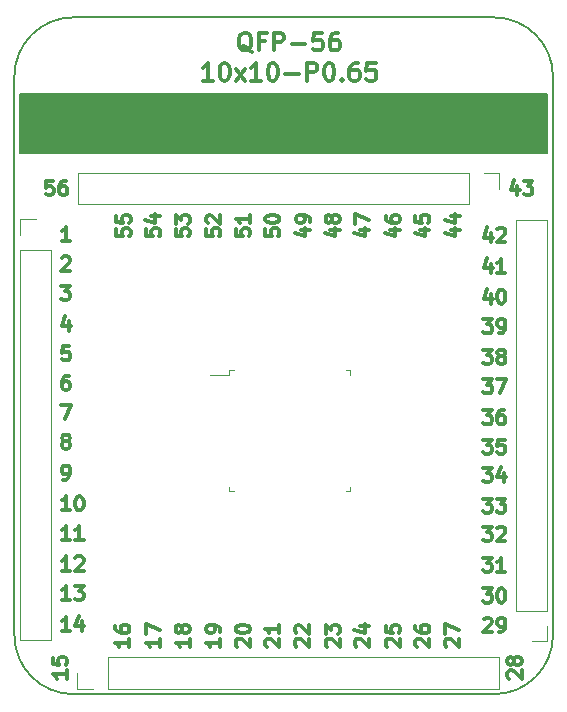
<source format=gbr>
G04 #@! TF.GenerationSoftware,KiCad,Pcbnew,5.1.4-e60b266~84~ubuntu19.04.1*
G04 #@! TF.CreationDate,2019-08-10T13:04:58+03:00*
G04 #@! TF.ProjectId,BRK-QFP-56-10x10-P0.65,42524b2d-5146-4502-9d35-362d31307831,v1.0*
G04 #@! TF.SameCoordinates,Original*
G04 #@! TF.FileFunction,Legend,Top*
G04 #@! TF.FilePolarity,Positive*
%FSLAX46Y46*%
G04 Gerber Fmt 4.6, Leading zero omitted, Abs format (unit mm)*
G04 Created by KiCad (PCBNEW 5.1.4-e60b266~84~ubuntu19.04.1) date 2019-08-10 13:04:58*
%MOMM*%
%LPD*%
G04 APERTURE LIST*
%ADD10C,0.300000*%
%ADD11C,0.150000*%
%ADD12C,0.120000*%
G04 APERTURE END LIST*
D10*
X44442857Y-45523571D02*
X44442857Y-46095000D01*
X45014285Y-46152142D01*
X44957142Y-46095000D01*
X44900000Y-45980714D01*
X44900000Y-45695000D01*
X44957142Y-45580714D01*
X45014285Y-45523571D01*
X45128571Y-45466428D01*
X45414285Y-45466428D01*
X45528571Y-45523571D01*
X45585714Y-45580714D01*
X45642857Y-45695000D01*
X45642857Y-45980714D01*
X45585714Y-46095000D01*
X45528571Y-46152142D01*
X44442857Y-44380714D02*
X44442857Y-44952142D01*
X45014285Y-45009285D01*
X44957142Y-44952142D01*
X44900000Y-44837857D01*
X44900000Y-44552142D01*
X44957142Y-44437857D01*
X45014285Y-44380714D01*
X45128571Y-44323571D01*
X45414285Y-44323571D01*
X45528571Y-44380714D01*
X45585714Y-44437857D01*
X45642857Y-44552142D01*
X45642857Y-44837857D01*
X45585714Y-44952142D01*
X45528571Y-45009285D01*
X46942857Y-45523571D02*
X46942857Y-46095000D01*
X47514285Y-46152142D01*
X47457142Y-46095000D01*
X47400000Y-45980714D01*
X47400000Y-45695000D01*
X47457142Y-45580714D01*
X47514285Y-45523571D01*
X47628571Y-45466428D01*
X47914285Y-45466428D01*
X48028571Y-45523571D01*
X48085714Y-45580714D01*
X48142857Y-45695000D01*
X48142857Y-45980714D01*
X48085714Y-46095000D01*
X48028571Y-46152142D01*
X47342857Y-44437857D02*
X48142857Y-44437857D01*
X46885714Y-44723571D02*
X47742857Y-45009285D01*
X47742857Y-44266428D01*
X49442857Y-45523571D02*
X49442857Y-46095000D01*
X50014285Y-46152142D01*
X49957142Y-46095000D01*
X49900000Y-45980714D01*
X49900000Y-45695000D01*
X49957142Y-45580714D01*
X50014285Y-45523571D01*
X50128571Y-45466428D01*
X50414285Y-45466428D01*
X50528571Y-45523571D01*
X50585714Y-45580714D01*
X50642857Y-45695000D01*
X50642857Y-45980714D01*
X50585714Y-46095000D01*
X50528571Y-46152142D01*
X49442857Y-45066428D02*
X49442857Y-44323571D01*
X49900000Y-44723571D01*
X49900000Y-44552142D01*
X49957142Y-44437857D01*
X50014285Y-44380714D01*
X50128571Y-44323571D01*
X50414285Y-44323571D01*
X50528571Y-44380714D01*
X50585714Y-44437857D01*
X50642857Y-44552142D01*
X50642857Y-44895000D01*
X50585714Y-45009285D01*
X50528571Y-45066428D01*
X52042857Y-45523571D02*
X52042857Y-46095000D01*
X52614285Y-46152142D01*
X52557142Y-46095000D01*
X52500000Y-45980714D01*
X52500000Y-45695000D01*
X52557142Y-45580714D01*
X52614285Y-45523571D01*
X52728571Y-45466428D01*
X53014285Y-45466428D01*
X53128571Y-45523571D01*
X53185714Y-45580714D01*
X53242857Y-45695000D01*
X53242857Y-45980714D01*
X53185714Y-46095000D01*
X53128571Y-46152142D01*
X52157142Y-45009285D02*
X52100000Y-44952142D01*
X52042857Y-44837857D01*
X52042857Y-44552142D01*
X52100000Y-44437857D01*
X52157142Y-44380714D01*
X52271428Y-44323571D01*
X52385714Y-44323571D01*
X52557142Y-44380714D01*
X53242857Y-45066428D01*
X53242857Y-44323571D01*
X54542857Y-45523571D02*
X54542857Y-46095000D01*
X55114285Y-46152142D01*
X55057142Y-46095000D01*
X55000000Y-45980714D01*
X55000000Y-45695000D01*
X55057142Y-45580714D01*
X55114285Y-45523571D01*
X55228571Y-45466428D01*
X55514285Y-45466428D01*
X55628571Y-45523571D01*
X55685714Y-45580714D01*
X55742857Y-45695000D01*
X55742857Y-45980714D01*
X55685714Y-46095000D01*
X55628571Y-46152142D01*
X55742857Y-44323571D02*
X55742857Y-45009285D01*
X55742857Y-44666428D02*
X54542857Y-44666428D01*
X54714285Y-44780714D01*
X54828571Y-44895000D01*
X54885714Y-45009285D01*
X57042857Y-45523571D02*
X57042857Y-46095000D01*
X57614285Y-46152142D01*
X57557142Y-46095000D01*
X57500000Y-45980714D01*
X57500000Y-45695000D01*
X57557142Y-45580714D01*
X57614285Y-45523571D01*
X57728571Y-45466428D01*
X58014285Y-45466428D01*
X58128571Y-45523571D01*
X58185714Y-45580714D01*
X58242857Y-45695000D01*
X58242857Y-45980714D01*
X58185714Y-46095000D01*
X58128571Y-46152142D01*
X57042857Y-44723571D02*
X57042857Y-44609285D01*
X57100000Y-44495000D01*
X57157142Y-44437857D01*
X57271428Y-44380714D01*
X57500000Y-44323571D01*
X57785714Y-44323571D01*
X58014285Y-44380714D01*
X58128571Y-44437857D01*
X58185714Y-44495000D01*
X58242857Y-44609285D01*
X58242857Y-44723571D01*
X58185714Y-44837857D01*
X58128571Y-44895000D01*
X58014285Y-44952142D01*
X57785714Y-45009285D01*
X57500000Y-45009285D01*
X57271428Y-44952142D01*
X57157142Y-44895000D01*
X57100000Y-44837857D01*
X57042857Y-44723571D01*
X60042857Y-45580714D02*
X60842857Y-45580714D01*
X59585714Y-45866428D02*
X60442857Y-46152142D01*
X60442857Y-45409285D01*
X60842857Y-44895000D02*
X60842857Y-44666428D01*
X60785714Y-44552142D01*
X60728571Y-44495000D01*
X60557142Y-44380714D01*
X60328571Y-44323571D01*
X59871428Y-44323571D01*
X59757142Y-44380714D01*
X59700000Y-44437857D01*
X59642857Y-44552142D01*
X59642857Y-44780714D01*
X59700000Y-44895000D01*
X59757142Y-44952142D01*
X59871428Y-45009285D01*
X60157142Y-45009285D01*
X60271428Y-44952142D01*
X60328571Y-44895000D01*
X60385714Y-44780714D01*
X60385714Y-44552142D01*
X60328571Y-44437857D01*
X60271428Y-44380714D01*
X60157142Y-44323571D01*
X62542857Y-45580714D02*
X63342857Y-45580714D01*
X62085714Y-45866428D02*
X62942857Y-46152142D01*
X62942857Y-45409285D01*
X62657142Y-44780714D02*
X62600000Y-44895000D01*
X62542857Y-44952142D01*
X62428571Y-45009285D01*
X62371428Y-45009285D01*
X62257142Y-44952142D01*
X62200000Y-44895000D01*
X62142857Y-44780714D01*
X62142857Y-44552142D01*
X62200000Y-44437857D01*
X62257142Y-44380714D01*
X62371428Y-44323571D01*
X62428571Y-44323571D01*
X62542857Y-44380714D01*
X62600000Y-44437857D01*
X62657142Y-44552142D01*
X62657142Y-44780714D01*
X62714285Y-44895000D01*
X62771428Y-44952142D01*
X62885714Y-45009285D01*
X63114285Y-45009285D01*
X63228571Y-44952142D01*
X63285714Y-44895000D01*
X63342857Y-44780714D01*
X63342857Y-44552142D01*
X63285714Y-44437857D01*
X63228571Y-44380714D01*
X63114285Y-44323571D01*
X62885714Y-44323571D01*
X62771428Y-44380714D01*
X62714285Y-44437857D01*
X62657142Y-44552142D01*
X65042857Y-45580714D02*
X65842857Y-45580714D01*
X64585714Y-45866428D02*
X65442857Y-46152142D01*
X65442857Y-45409285D01*
X64642857Y-45066428D02*
X64642857Y-44266428D01*
X65842857Y-44780714D01*
X67642857Y-45580714D02*
X68442857Y-45580714D01*
X67185714Y-45866428D02*
X68042857Y-46152142D01*
X68042857Y-45409285D01*
X67242857Y-44437857D02*
X67242857Y-44666428D01*
X67300000Y-44780714D01*
X67357142Y-44837857D01*
X67528571Y-44952142D01*
X67757142Y-45009285D01*
X68214285Y-45009285D01*
X68328571Y-44952142D01*
X68385714Y-44895000D01*
X68442857Y-44780714D01*
X68442857Y-44552142D01*
X68385714Y-44437857D01*
X68328571Y-44380714D01*
X68214285Y-44323571D01*
X67928571Y-44323571D01*
X67814285Y-44380714D01*
X67757142Y-44437857D01*
X67700000Y-44552142D01*
X67700000Y-44780714D01*
X67757142Y-44895000D01*
X67814285Y-44952142D01*
X67928571Y-45009285D01*
X70142857Y-45580714D02*
X70942857Y-45580714D01*
X69685714Y-45866428D02*
X70542857Y-46152142D01*
X70542857Y-45409285D01*
X69742857Y-44380714D02*
X69742857Y-44952142D01*
X70314285Y-45009285D01*
X70257142Y-44952142D01*
X70200000Y-44837857D01*
X70200000Y-44552142D01*
X70257142Y-44437857D01*
X70314285Y-44380714D01*
X70428571Y-44323571D01*
X70714285Y-44323571D01*
X70828571Y-44380714D01*
X70885714Y-44437857D01*
X70942857Y-44552142D01*
X70942857Y-44837857D01*
X70885714Y-44952142D01*
X70828571Y-45009285D01*
X78395000Y-41842857D02*
X78395000Y-42642857D01*
X78109285Y-41385714D02*
X77823571Y-42242857D01*
X78566428Y-42242857D01*
X78909285Y-41442857D02*
X79652142Y-41442857D01*
X79252142Y-41900000D01*
X79423571Y-41900000D01*
X79537857Y-41957142D01*
X79595000Y-42014285D01*
X79652142Y-42128571D01*
X79652142Y-42414285D01*
X79595000Y-42528571D01*
X79537857Y-42585714D01*
X79423571Y-42642857D01*
X79080714Y-42642857D01*
X78966428Y-42585714D01*
X78909285Y-42528571D01*
X76119285Y-45842857D02*
X76119285Y-46642857D01*
X75833571Y-45385714D02*
X75547857Y-46242857D01*
X76290714Y-46242857D01*
X76690714Y-45557142D02*
X76747857Y-45500000D01*
X76862142Y-45442857D01*
X77147857Y-45442857D01*
X77262142Y-45500000D01*
X77319285Y-45557142D01*
X77376428Y-45671428D01*
X77376428Y-45785714D01*
X77319285Y-45957142D01*
X76633571Y-46642857D01*
X77376428Y-46642857D01*
X76119285Y-48442857D02*
X76119285Y-49242857D01*
X75833571Y-47985714D02*
X75547857Y-48842857D01*
X76290714Y-48842857D01*
X77376428Y-49242857D02*
X76690714Y-49242857D01*
X77033571Y-49242857D02*
X77033571Y-48042857D01*
X76919285Y-48214285D01*
X76805000Y-48328571D01*
X76690714Y-48385714D01*
X76119285Y-51042857D02*
X76119285Y-51842857D01*
X75833571Y-50585714D02*
X75547857Y-51442857D01*
X76290714Y-51442857D01*
X76976428Y-50642857D02*
X77090714Y-50642857D01*
X77205000Y-50700000D01*
X77262142Y-50757142D01*
X77319285Y-50871428D01*
X77376428Y-51100000D01*
X77376428Y-51385714D01*
X77319285Y-51614285D01*
X77262142Y-51728571D01*
X77205000Y-51785714D01*
X77090714Y-51842857D01*
X76976428Y-51842857D01*
X76862142Y-51785714D01*
X76805000Y-51728571D01*
X76747857Y-51614285D01*
X76690714Y-51385714D01*
X76690714Y-51100000D01*
X76747857Y-50871428D01*
X76805000Y-50757142D01*
X76862142Y-50700000D01*
X76976428Y-50642857D01*
X75490714Y-53142857D02*
X76233571Y-53142857D01*
X75833571Y-53600000D01*
X76005000Y-53600000D01*
X76119285Y-53657142D01*
X76176428Y-53714285D01*
X76233571Y-53828571D01*
X76233571Y-54114285D01*
X76176428Y-54228571D01*
X76119285Y-54285714D01*
X76005000Y-54342857D01*
X75662142Y-54342857D01*
X75547857Y-54285714D01*
X75490714Y-54228571D01*
X76805000Y-54342857D02*
X77033571Y-54342857D01*
X77147857Y-54285714D01*
X77205000Y-54228571D01*
X77319285Y-54057142D01*
X77376428Y-53828571D01*
X77376428Y-53371428D01*
X77319285Y-53257142D01*
X77262142Y-53200000D01*
X77147857Y-53142857D01*
X76919285Y-53142857D01*
X76805000Y-53200000D01*
X76747857Y-53257142D01*
X76690714Y-53371428D01*
X76690714Y-53657142D01*
X76747857Y-53771428D01*
X76805000Y-53828571D01*
X76919285Y-53885714D01*
X77147857Y-53885714D01*
X77262142Y-53828571D01*
X77319285Y-53771428D01*
X77376428Y-53657142D01*
X75490714Y-55742857D02*
X76233571Y-55742857D01*
X75833571Y-56200000D01*
X76005000Y-56200000D01*
X76119285Y-56257142D01*
X76176428Y-56314285D01*
X76233571Y-56428571D01*
X76233571Y-56714285D01*
X76176428Y-56828571D01*
X76119285Y-56885714D01*
X76005000Y-56942857D01*
X75662142Y-56942857D01*
X75547857Y-56885714D01*
X75490714Y-56828571D01*
X76919285Y-56257142D02*
X76805000Y-56200000D01*
X76747857Y-56142857D01*
X76690714Y-56028571D01*
X76690714Y-55971428D01*
X76747857Y-55857142D01*
X76805000Y-55800000D01*
X76919285Y-55742857D01*
X77147857Y-55742857D01*
X77262142Y-55800000D01*
X77319285Y-55857142D01*
X77376428Y-55971428D01*
X77376428Y-56028571D01*
X77319285Y-56142857D01*
X77262142Y-56200000D01*
X77147857Y-56257142D01*
X76919285Y-56257142D01*
X76805000Y-56314285D01*
X76747857Y-56371428D01*
X76690714Y-56485714D01*
X76690714Y-56714285D01*
X76747857Y-56828571D01*
X76805000Y-56885714D01*
X76919285Y-56942857D01*
X77147857Y-56942857D01*
X77262142Y-56885714D01*
X77319285Y-56828571D01*
X77376428Y-56714285D01*
X77376428Y-56485714D01*
X77319285Y-56371428D01*
X77262142Y-56314285D01*
X77147857Y-56257142D01*
X75490714Y-58242857D02*
X76233571Y-58242857D01*
X75833571Y-58700000D01*
X76005000Y-58700000D01*
X76119285Y-58757142D01*
X76176428Y-58814285D01*
X76233571Y-58928571D01*
X76233571Y-59214285D01*
X76176428Y-59328571D01*
X76119285Y-59385714D01*
X76005000Y-59442857D01*
X75662142Y-59442857D01*
X75547857Y-59385714D01*
X75490714Y-59328571D01*
X76633571Y-58242857D02*
X77433571Y-58242857D01*
X76919285Y-59442857D01*
X75490714Y-60842857D02*
X76233571Y-60842857D01*
X75833571Y-61300000D01*
X76005000Y-61300000D01*
X76119285Y-61357142D01*
X76176428Y-61414285D01*
X76233571Y-61528571D01*
X76233571Y-61814285D01*
X76176428Y-61928571D01*
X76119285Y-61985714D01*
X76005000Y-62042857D01*
X75662142Y-62042857D01*
X75547857Y-61985714D01*
X75490714Y-61928571D01*
X77262142Y-60842857D02*
X77033571Y-60842857D01*
X76919285Y-60900000D01*
X76862142Y-60957142D01*
X76747857Y-61128571D01*
X76690714Y-61357142D01*
X76690714Y-61814285D01*
X76747857Y-61928571D01*
X76805000Y-61985714D01*
X76919285Y-62042857D01*
X77147857Y-62042857D01*
X77262142Y-61985714D01*
X77319285Y-61928571D01*
X77376428Y-61814285D01*
X77376428Y-61528571D01*
X77319285Y-61414285D01*
X77262142Y-61357142D01*
X77147857Y-61300000D01*
X76919285Y-61300000D01*
X76805000Y-61357142D01*
X76747857Y-61414285D01*
X76690714Y-61528571D01*
X75490714Y-63342857D02*
X76233571Y-63342857D01*
X75833571Y-63800000D01*
X76005000Y-63800000D01*
X76119285Y-63857142D01*
X76176428Y-63914285D01*
X76233571Y-64028571D01*
X76233571Y-64314285D01*
X76176428Y-64428571D01*
X76119285Y-64485714D01*
X76005000Y-64542857D01*
X75662142Y-64542857D01*
X75547857Y-64485714D01*
X75490714Y-64428571D01*
X77319285Y-63342857D02*
X76747857Y-63342857D01*
X76690714Y-63914285D01*
X76747857Y-63857142D01*
X76862142Y-63800000D01*
X77147857Y-63800000D01*
X77262142Y-63857142D01*
X77319285Y-63914285D01*
X77376428Y-64028571D01*
X77376428Y-64314285D01*
X77319285Y-64428571D01*
X77262142Y-64485714D01*
X77147857Y-64542857D01*
X76862142Y-64542857D01*
X76747857Y-64485714D01*
X76690714Y-64428571D01*
X75490714Y-65742857D02*
X76233571Y-65742857D01*
X75833571Y-66200000D01*
X76005000Y-66200000D01*
X76119285Y-66257142D01*
X76176428Y-66314285D01*
X76233571Y-66428571D01*
X76233571Y-66714285D01*
X76176428Y-66828571D01*
X76119285Y-66885714D01*
X76005000Y-66942857D01*
X75662142Y-66942857D01*
X75547857Y-66885714D01*
X75490714Y-66828571D01*
X77262142Y-66142857D02*
X77262142Y-66942857D01*
X76976428Y-65685714D02*
X76690714Y-66542857D01*
X77433571Y-66542857D01*
X75490714Y-68342857D02*
X76233571Y-68342857D01*
X75833571Y-68800000D01*
X76005000Y-68800000D01*
X76119285Y-68857142D01*
X76176428Y-68914285D01*
X76233571Y-69028571D01*
X76233571Y-69314285D01*
X76176428Y-69428571D01*
X76119285Y-69485714D01*
X76005000Y-69542857D01*
X75662142Y-69542857D01*
X75547857Y-69485714D01*
X75490714Y-69428571D01*
X76633571Y-68342857D02*
X77376428Y-68342857D01*
X76976428Y-68800000D01*
X77147857Y-68800000D01*
X77262142Y-68857142D01*
X77319285Y-68914285D01*
X77376428Y-69028571D01*
X77376428Y-69314285D01*
X77319285Y-69428571D01*
X77262142Y-69485714D01*
X77147857Y-69542857D01*
X76805000Y-69542857D01*
X76690714Y-69485714D01*
X76633571Y-69428571D01*
X75490714Y-70742857D02*
X76233571Y-70742857D01*
X75833571Y-71200000D01*
X76005000Y-71200000D01*
X76119285Y-71257142D01*
X76176428Y-71314285D01*
X76233571Y-71428571D01*
X76233571Y-71714285D01*
X76176428Y-71828571D01*
X76119285Y-71885714D01*
X76005000Y-71942857D01*
X75662142Y-71942857D01*
X75547857Y-71885714D01*
X75490714Y-71828571D01*
X76690714Y-70857142D02*
X76747857Y-70800000D01*
X76862142Y-70742857D01*
X77147857Y-70742857D01*
X77262142Y-70800000D01*
X77319285Y-70857142D01*
X77376428Y-70971428D01*
X77376428Y-71085714D01*
X77319285Y-71257142D01*
X76633571Y-71942857D01*
X77376428Y-71942857D01*
X75490714Y-73342857D02*
X76233571Y-73342857D01*
X75833571Y-73800000D01*
X76005000Y-73800000D01*
X76119285Y-73857142D01*
X76176428Y-73914285D01*
X76233571Y-74028571D01*
X76233571Y-74314285D01*
X76176428Y-74428571D01*
X76119285Y-74485714D01*
X76005000Y-74542857D01*
X75662142Y-74542857D01*
X75547857Y-74485714D01*
X75490714Y-74428571D01*
X77376428Y-74542857D02*
X76690714Y-74542857D01*
X77033571Y-74542857D02*
X77033571Y-73342857D01*
X76919285Y-73514285D01*
X76805000Y-73628571D01*
X76690714Y-73685714D01*
X75490714Y-75942857D02*
X76233571Y-75942857D01*
X75833571Y-76400000D01*
X76005000Y-76400000D01*
X76119285Y-76457142D01*
X76176428Y-76514285D01*
X76233571Y-76628571D01*
X76233571Y-76914285D01*
X76176428Y-77028571D01*
X76119285Y-77085714D01*
X76005000Y-77142857D01*
X75662142Y-77142857D01*
X75547857Y-77085714D01*
X75490714Y-77028571D01*
X76976428Y-75942857D02*
X77090714Y-75942857D01*
X77205000Y-76000000D01*
X77262142Y-76057142D01*
X77319285Y-76171428D01*
X77376428Y-76400000D01*
X77376428Y-76685714D01*
X77319285Y-76914285D01*
X77262142Y-77028571D01*
X77205000Y-77085714D01*
X77090714Y-77142857D01*
X76976428Y-77142857D01*
X76862142Y-77085714D01*
X76805000Y-77028571D01*
X76747857Y-76914285D01*
X76690714Y-76685714D01*
X76690714Y-76400000D01*
X76747857Y-76171428D01*
X76805000Y-76057142D01*
X76862142Y-76000000D01*
X76976428Y-75942857D01*
X77657142Y-83576428D02*
X77600000Y-83519285D01*
X77542857Y-83405000D01*
X77542857Y-83119285D01*
X77600000Y-83005000D01*
X77657142Y-82947857D01*
X77771428Y-82890714D01*
X77885714Y-82890714D01*
X78057142Y-82947857D01*
X78742857Y-83633571D01*
X78742857Y-82890714D01*
X78057142Y-82205000D02*
X78000000Y-82319285D01*
X77942857Y-82376428D01*
X77828571Y-82433571D01*
X77771428Y-82433571D01*
X77657142Y-82376428D01*
X77600000Y-82319285D01*
X77542857Y-82205000D01*
X77542857Y-81976428D01*
X77600000Y-81862142D01*
X77657142Y-81805000D01*
X77771428Y-81747857D01*
X77828571Y-81747857D01*
X77942857Y-81805000D01*
X78000000Y-81862142D01*
X78057142Y-81976428D01*
X78057142Y-82205000D01*
X78114285Y-82319285D01*
X78171428Y-82376428D01*
X78285714Y-82433571D01*
X78514285Y-82433571D01*
X78628571Y-82376428D01*
X78685714Y-82319285D01*
X78742857Y-82205000D01*
X78742857Y-81976428D01*
X78685714Y-81862142D01*
X78628571Y-81805000D01*
X78514285Y-81747857D01*
X78285714Y-81747857D01*
X78171428Y-81805000D01*
X78114285Y-81862142D01*
X78057142Y-81976428D01*
X72357142Y-80876428D02*
X72300000Y-80819285D01*
X72242857Y-80705000D01*
X72242857Y-80419285D01*
X72300000Y-80305000D01*
X72357142Y-80247857D01*
X72471428Y-80190714D01*
X72585714Y-80190714D01*
X72757142Y-80247857D01*
X73442857Y-80933571D01*
X73442857Y-80190714D01*
X72242857Y-79790714D02*
X72242857Y-78990714D01*
X73442857Y-79505000D01*
X69857142Y-80876428D02*
X69800000Y-80819285D01*
X69742857Y-80705000D01*
X69742857Y-80419285D01*
X69800000Y-80305000D01*
X69857142Y-80247857D01*
X69971428Y-80190714D01*
X70085714Y-80190714D01*
X70257142Y-80247857D01*
X70942857Y-80933571D01*
X70942857Y-80190714D01*
X69742857Y-79162142D02*
X69742857Y-79390714D01*
X69800000Y-79505000D01*
X69857142Y-79562142D01*
X70028571Y-79676428D01*
X70257142Y-79733571D01*
X70714285Y-79733571D01*
X70828571Y-79676428D01*
X70885714Y-79619285D01*
X70942857Y-79505000D01*
X70942857Y-79276428D01*
X70885714Y-79162142D01*
X70828571Y-79105000D01*
X70714285Y-79047857D01*
X70428571Y-79047857D01*
X70314285Y-79105000D01*
X70257142Y-79162142D01*
X70200000Y-79276428D01*
X70200000Y-79505000D01*
X70257142Y-79619285D01*
X70314285Y-79676428D01*
X70428571Y-79733571D01*
X67357142Y-80876428D02*
X67300000Y-80819285D01*
X67242857Y-80705000D01*
X67242857Y-80419285D01*
X67300000Y-80305000D01*
X67357142Y-80247857D01*
X67471428Y-80190714D01*
X67585714Y-80190714D01*
X67757142Y-80247857D01*
X68442857Y-80933571D01*
X68442857Y-80190714D01*
X67242857Y-79105000D02*
X67242857Y-79676428D01*
X67814285Y-79733571D01*
X67757142Y-79676428D01*
X67700000Y-79562142D01*
X67700000Y-79276428D01*
X67757142Y-79162142D01*
X67814285Y-79105000D01*
X67928571Y-79047857D01*
X68214285Y-79047857D01*
X68328571Y-79105000D01*
X68385714Y-79162142D01*
X68442857Y-79276428D01*
X68442857Y-79562142D01*
X68385714Y-79676428D01*
X68328571Y-79733571D01*
X64757142Y-80876428D02*
X64700000Y-80819285D01*
X64642857Y-80705000D01*
X64642857Y-80419285D01*
X64700000Y-80305000D01*
X64757142Y-80247857D01*
X64871428Y-80190714D01*
X64985714Y-80190714D01*
X65157142Y-80247857D01*
X65842857Y-80933571D01*
X65842857Y-80190714D01*
X65042857Y-79162142D02*
X65842857Y-79162142D01*
X64585714Y-79447857D02*
X65442857Y-79733571D01*
X65442857Y-78990714D01*
X62257142Y-80876428D02*
X62200000Y-80819285D01*
X62142857Y-80705000D01*
X62142857Y-80419285D01*
X62200000Y-80305000D01*
X62257142Y-80247857D01*
X62371428Y-80190714D01*
X62485714Y-80190714D01*
X62657142Y-80247857D01*
X63342857Y-80933571D01*
X63342857Y-80190714D01*
X62142857Y-79790714D02*
X62142857Y-79047857D01*
X62600000Y-79447857D01*
X62600000Y-79276428D01*
X62657142Y-79162142D01*
X62714285Y-79105000D01*
X62828571Y-79047857D01*
X63114285Y-79047857D01*
X63228571Y-79105000D01*
X63285714Y-79162142D01*
X63342857Y-79276428D01*
X63342857Y-79619285D01*
X63285714Y-79733571D01*
X63228571Y-79790714D01*
X59657142Y-80876428D02*
X59600000Y-80819285D01*
X59542857Y-80705000D01*
X59542857Y-80419285D01*
X59600000Y-80305000D01*
X59657142Y-80247857D01*
X59771428Y-80190714D01*
X59885714Y-80190714D01*
X60057142Y-80247857D01*
X60742857Y-80933571D01*
X60742857Y-80190714D01*
X59657142Y-79733571D02*
X59600000Y-79676428D01*
X59542857Y-79562142D01*
X59542857Y-79276428D01*
X59600000Y-79162142D01*
X59657142Y-79105000D01*
X59771428Y-79047857D01*
X59885714Y-79047857D01*
X60057142Y-79105000D01*
X60742857Y-79790714D01*
X60742857Y-79047857D01*
X57157142Y-80876428D02*
X57100000Y-80819285D01*
X57042857Y-80705000D01*
X57042857Y-80419285D01*
X57100000Y-80305000D01*
X57157142Y-80247857D01*
X57271428Y-80190714D01*
X57385714Y-80190714D01*
X57557142Y-80247857D01*
X58242857Y-80933571D01*
X58242857Y-80190714D01*
X58242857Y-79047857D02*
X58242857Y-79733571D01*
X58242857Y-79390714D02*
X57042857Y-79390714D01*
X57214285Y-79505000D01*
X57328571Y-79619285D01*
X57385714Y-79733571D01*
X54657142Y-80876428D02*
X54600000Y-80819285D01*
X54542857Y-80705000D01*
X54542857Y-80419285D01*
X54600000Y-80305000D01*
X54657142Y-80247857D01*
X54771428Y-80190714D01*
X54885714Y-80190714D01*
X55057142Y-80247857D01*
X55742857Y-80933571D01*
X55742857Y-80190714D01*
X54542857Y-79447857D02*
X54542857Y-79333571D01*
X54600000Y-79219285D01*
X54657142Y-79162142D01*
X54771428Y-79105000D01*
X55000000Y-79047857D01*
X55285714Y-79047857D01*
X55514285Y-79105000D01*
X55628571Y-79162142D01*
X55685714Y-79219285D01*
X55742857Y-79333571D01*
X55742857Y-79447857D01*
X55685714Y-79562142D01*
X55628571Y-79619285D01*
X55514285Y-79676428D01*
X55285714Y-79733571D01*
X55000000Y-79733571D01*
X54771428Y-79676428D01*
X54657142Y-79619285D01*
X54600000Y-79562142D01*
X54542857Y-79447857D01*
X53242857Y-80190714D02*
X53242857Y-80876428D01*
X53242857Y-80533571D02*
X52042857Y-80533571D01*
X52214285Y-80647857D01*
X52328571Y-80762142D01*
X52385714Y-80876428D01*
X53242857Y-79619285D02*
X53242857Y-79390714D01*
X53185714Y-79276428D01*
X53128571Y-79219285D01*
X52957142Y-79105000D01*
X52728571Y-79047857D01*
X52271428Y-79047857D01*
X52157142Y-79105000D01*
X52100000Y-79162142D01*
X52042857Y-79276428D01*
X52042857Y-79505000D01*
X52100000Y-79619285D01*
X52157142Y-79676428D01*
X52271428Y-79733571D01*
X52557142Y-79733571D01*
X52671428Y-79676428D01*
X52728571Y-79619285D01*
X52785714Y-79505000D01*
X52785714Y-79276428D01*
X52728571Y-79162142D01*
X52671428Y-79105000D01*
X52557142Y-79047857D01*
X50642857Y-80190714D02*
X50642857Y-80876428D01*
X50642857Y-80533571D02*
X49442857Y-80533571D01*
X49614285Y-80647857D01*
X49728571Y-80762142D01*
X49785714Y-80876428D01*
X49957142Y-79505000D02*
X49900000Y-79619285D01*
X49842857Y-79676428D01*
X49728571Y-79733571D01*
X49671428Y-79733571D01*
X49557142Y-79676428D01*
X49500000Y-79619285D01*
X49442857Y-79505000D01*
X49442857Y-79276428D01*
X49500000Y-79162142D01*
X49557142Y-79105000D01*
X49671428Y-79047857D01*
X49728571Y-79047857D01*
X49842857Y-79105000D01*
X49900000Y-79162142D01*
X49957142Y-79276428D01*
X49957142Y-79505000D01*
X50014285Y-79619285D01*
X50071428Y-79676428D01*
X50185714Y-79733571D01*
X50414285Y-79733571D01*
X50528571Y-79676428D01*
X50585714Y-79619285D01*
X50642857Y-79505000D01*
X50642857Y-79276428D01*
X50585714Y-79162142D01*
X50528571Y-79105000D01*
X50414285Y-79047857D01*
X50185714Y-79047857D01*
X50071428Y-79105000D01*
X50014285Y-79162142D01*
X49957142Y-79276428D01*
X48142857Y-80190714D02*
X48142857Y-80876428D01*
X48142857Y-80533571D02*
X46942857Y-80533571D01*
X47114285Y-80647857D01*
X47228571Y-80762142D01*
X47285714Y-80876428D01*
X46942857Y-79790714D02*
X46942857Y-78990714D01*
X48142857Y-79505000D01*
X40509285Y-79542857D02*
X39823571Y-79542857D01*
X40166428Y-79542857D02*
X40166428Y-78342857D01*
X40052142Y-78514285D01*
X39937857Y-78628571D01*
X39823571Y-78685714D01*
X41537857Y-78742857D02*
X41537857Y-79542857D01*
X41252142Y-78285714D02*
X40966428Y-79142857D01*
X41709285Y-79142857D01*
X40509285Y-76942857D02*
X39823571Y-76942857D01*
X40166428Y-76942857D02*
X40166428Y-75742857D01*
X40052142Y-75914285D01*
X39937857Y-76028571D01*
X39823571Y-76085714D01*
X40909285Y-75742857D02*
X41652142Y-75742857D01*
X41252142Y-76200000D01*
X41423571Y-76200000D01*
X41537857Y-76257142D01*
X41595000Y-76314285D01*
X41652142Y-76428571D01*
X41652142Y-76714285D01*
X41595000Y-76828571D01*
X41537857Y-76885714D01*
X41423571Y-76942857D01*
X41080714Y-76942857D01*
X40966428Y-76885714D01*
X40909285Y-76828571D01*
X40509285Y-74442857D02*
X39823571Y-74442857D01*
X40166428Y-74442857D02*
X40166428Y-73242857D01*
X40052142Y-73414285D01*
X39937857Y-73528571D01*
X39823571Y-73585714D01*
X40966428Y-73357142D02*
X41023571Y-73300000D01*
X41137857Y-73242857D01*
X41423571Y-73242857D01*
X41537857Y-73300000D01*
X41595000Y-73357142D01*
X41652142Y-73471428D01*
X41652142Y-73585714D01*
X41595000Y-73757142D01*
X40909285Y-74442857D01*
X41652142Y-74442857D01*
X39076428Y-41442857D02*
X38505000Y-41442857D01*
X38447857Y-42014285D01*
X38505000Y-41957142D01*
X38619285Y-41900000D01*
X38905000Y-41900000D01*
X39019285Y-41957142D01*
X39076428Y-42014285D01*
X39133571Y-42128571D01*
X39133571Y-42414285D01*
X39076428Y-42528571D01*
X39019285Y-42585714D01*
X38905000Y-42642857D01*
X38619285Y-42642857D01*
X38505000Y-42585714D01*
X38447857Y-42528571D01*
X40162142Y-41442857D02*
X39933571Y-41442857D01*
X39819285Y-41500000D01*
X39762142Y-41557142D01*
X39647857Y-41728571D01*
X39590714Y-41957142D01*
X39590714Y-42414285D01*
X39647857Y-42528571D01*
X39705000Y-42585714D01*
X39819285Y-42642857D01*
X40047857Y-42642857D01*
X40162142Y-42585714D01*
X40219285Y-42528571D01*
X40276428Y-42414285D01*
X40276428Y-42128571D01*
X40219285Y-42014285D01*
X40162142Y-41957142D01*
X40047857Y-41900000D01*
X39819285Y-41900000D01*
X39705000Y-41957142D01*
X39647857Y-42014285D01*
X39590714Y-42128571D01*
X72742857Y-45580714D02*
X73542857Y-45580714D01*
X72285714Y-45866428D02*
X73142857Y-46152142D01*
X73142857Y-45409285D01*
X72742857Y-44437857D02*
X73542857Y-44437857D01*
X72285714Y-44723571D02*
X73142857Y-45009285D01*
X73142857Y-44266428D01*
X75547857Y-78557142D02*
X75605000Y-78500000D01*
X75719285Y-78442857D01*
X76005000Y-78442857D01*
X76119285Y-78500000D01*
X76176428Y-78557142D01*
X76233571Y-78671428D01*
X76233571Y-78785714D01*
X76176428Y-78957142D01*
X75490714Y-79642857D01*
X76233571Y-79642857D01*
X76805000Y-79642857D02*
X77033571Y-79642857D01*
X77147857Y-79585714D01*
X77205000Y-79528571D01*
X77319285Y-79357142D01*
X77376428Y-79128571D01*
X77376428Y-78671428D01*
X77319285Y-78557142D01*
X77262142Y-78500000D01*
X77147857Y-78442857D01*
X76919285Y-78442857D01*
X76805000Y-78500000D01*
X76747857Y-78557142D01*
X76690714Y-78671428D01*
X76690714Y-78957142D01*
X76747857Y-79071428D01*
X76805000Y-79128571D01*
X76919285Y-79185714D01*
X77147857Y-79185714D01*
X77262142Y-79128571D01*
X77319285Y-79071428D01*
X77376428Y-78957142D01*
D11*
X76400000Y-27600000D02*
G75*
G02X81400000Y-32600000I0J-5000000D01*
G01*
X35800000Y-32600000D02*
G75*
G02X40800000Y-27600000I5000000J0D01*
G01*
X81400000Y-79900000D02*
G75*
G02X76400000Y-84900000I-5000000J0D01*
G01*
D10*
X40509285Y-69342857D02*
X39823571Y-69342857D01*
X40166428Y-69342857D02*
X40166428Y-68142857D01*
X40052142Y-68314285D01*
X39937857Y-68428571D01*
X39823571Y-68485714D01*
X41252142Y-68142857D02*
X41366428Y-68142857D01*
X41480714Y-68200000D01*
X41537857Y-68257142D01*
X41595000Y-68371428D01*
X41652142Y-68600000D01*
X41652142Y-68885714D01*
X41595000Y-69114285D01*
X41537857Y-69228571D01*
X41480714Y-69285714D01*
X41366428Y-69342857D01*
X41252142Y-69342857D01*
X41137857Y-69285714D01*
X41080714Y-69228571D01*
X41023571Y-69114285D01*
X40966428Y-68885714D01*
X40966428Y-68600000D01*
X41023571Y-68371428D01*
X41080714Y-68257142D01*
X41137857Y-68200000D01*
X41252142Y-68142857D01*
X39937857Y-66742857D02*
X40166428Y-66742857D01*
X40280714Y-66685714D01*
X40337857Y-66628571D01*
X40452142Y-66457142D01*
X40509285Y-66228571D01*
X40509285Y-65771428D01*
X40452142Y-65657142D01*
X40395000Y-65600000D01*
X40280714Y-65542857D01*
X40052142Y-65542857D01*
X39937857Y-65600000D01*
X39880714Y-65657142D01*
X39823571Y-65771428D01*
X39823571Y-66057142D01*
X39880714Y-66171428D01*
X39937857Y-66228571D01*
X40052142Y-66285714D01*
X40280714Y-66285714D01*
X40395000Y-66228571D01*
X40452142Y-66171428D01*
X40509285Y-66057142D01*
X40052142Y-63457142D02*
X39937857Y-63400000D01*
X39880714Y-63342857D01*
X39823571Y-63228571D01*
X39823571Y-63171428D01*
X39880714Y-63057142D01*
X39937857Y-63000000D01*
X40052142Y-62942857D01*
X40280714Y-62942857D01*
X40395000Y-63000000D01*
X40452142Y-63057142D01*
X40509285Y-63171428D01*
X40509285Y-63228571D01*
X40452142Y-63342857D01*
X40395000Y-63400000D01*
X40280714Y-63457142D01*
X40052142Y-63457142D01*
X39937857Y-63514285D01*
X39880714Y-63571428D01*
X39823571Y-63685714D01*
X39823571Y-63914285D01*
X39880714Y-64028571D01*
X39937857Y-64085714D01*
X40052142Y-64142857D01*
X40280714Y-64142857D01*
X40395000Y-64085714D01*
X40452142Y-64028571D01*
X40509285Y-63914285D01*
X40509285Y-63685714D01*
X40452142Y-63571428D01*
X40395000Y-63514285D01*
X40280714Y-63457142D01*
X39766428Y-60442857D02*
X40566428Y-60442857D01*
X40052142Y-61642857D01*
X40395000Y-57942857D02*
X40166428Y-57942857D01*
X40052142Y-58000000D01*
X39995000Y-58057142D01*
X39880714Y-58228571D01*
X39823571Y-58457142D01*
X39823571Y-58914285D01*
X39880714Y-59028571D01*
X39937857Y-59085714D01*
X40052142Y-59142857D01*
X40280714Y-59142857D01*
X40395000Y-59085714D01*
X40452142Y-59028571D01*
X40509285Y-58914285D01*
X40509285Y-58628571D01*
X40452142Y-58514285D01*
X40395000Y-58457142D01*
X40280714Y-58400000D01*
X40052142Y-58400000D01*
X39937857Y-58457142D01*
X39880714Y-58514285D01*
X39823571Y-58628571D01*
X40452142Y-55442857D02*
X39880714Y-55442857D01*
X39823571Y-56014285D01*
X39880714Y-55957142D01*
X39995000Y-55900000D01*
X40280714Y-55900000D01*
X40395000Y-55957142D01*
X40452142Y-56014285D01*
X40509285Y-56128571D01*
X40509285Y-56414285D01*
X40452142Y-56528571D01*
X40395000Y-56585714D01*
X40280714Y-56642857D01*
X39995000Y-56642857D01*
X39880714Y-56585714D01*
X39823571Y-56528571D01*
X40395000Y-53342857D02*
X40395000Y-54142857D01*
X40109285Y-52885714D02*
X39823571Y-53742857D01*
X40566428Y-53742857D01*
X39766428Y-50342857D02*
X40509285Y-50342857D01*
X40109285Y-50800000D01*
X40280714Y-50800000D01*
X40395000Y-50857142D01*
X40452142Y-50914285D01*
X40509285Y-51028571D01*
X40509285Y-51314285D01*
X40452142Y-51428571D01*
X40395000Y-51485714D01*
X40280714Y-51542857D01*
X39937857Y-51542857D01*
X39823571Y-51485714D01*
X39766428Y-51428571D01*
X45542857Y-80190714D02*
X45542857Y-80876428D01*
X45542857Y-80533571D02*
X44342857Y-80533571D01*
X44514285Y-80647857D01*
X44628571Y-80762142D01*
X44685714Y-80876428D01*
X44342857Y-79162142D02*
X44342857Y-79390714D01*
X44400000Y-79505000D01*
X44457142Y-79562142D01*
X44628571Y-79676428D01*
X44857142Y-79733571D01*
X45314285Y-79733571D01*
X45428571Y-79676428D01*
X45485714Y-79619285D01*
X45542857Y-79505000D01*
X45542857Y-79276428D01*
X45485714Y-79162142D01*
X45428571Y-79105000D01*
X45314285Y-79047857D01*
X45028571Y-79047857D01*
X44914285Y-79105000D01*
X44857142Y-79162142D01*
X44800000Y-79276428D01*
X44800000Y-79505000D01*
X44857142Y-79619285D01*
X44914285Y-79676428D01*
X45028571Y-79733571D01*
X40242857Y-82890714D02*
X40242857Y-83576428D01*
X40242857Y-83233571D02*
X39042857Y-83233571D01*
X39214285Y-83347857D01*
X39328571Y-83462142D01*
X39385714Y-83576428D01*
X39042857Y-81805000D02*
X39042857Y-82376428D01*
X39614285Y-82433571D01*
X39557142Y-82376428D01*
X39500000Y-82262142D01*
X39500000Y-81976428D01*
X39557142Y-81862142D01*
X39614285Y-81805000D01*
X39728571Y-81747857D01*
X40014285Y-81747857D01*
X40128571Y-81805000D01*
X40185714Y-81862142D01*
X40242857Y-81976428D01*
X40242857Y-82262142D01*
X40185714Y-82376428D01*
X40128571Y-82433571D01*
X40509285Y-71842857D02*
X39823571Y-71842857D01*
X40166428Y-71842857D02*
X40166428Y-70642857D01*
X40052142Y-70814285D01*
X39937857Y-70928571D01*
X39823571Y-70985714D01*
X41652142Y-71842857D02*
X40966428Y-71842857D01*
X41309285Y-71842857D02*
X41309285Y-70642857D01*
X41195000Y-70814285D01*
X41080714Y-70928571D01*
X40966428Y-70985714D01*
X39823571Y-47957142D02*
X39880714Y-47900000D01*
X39995000Y-47842857D01*
X40280714Y-47842857D01*
X40395000Y-47900000D01*
X40452142Y-47957142D01*
X40509285Y-48071428D01*
X40509285Y-48185714D01*
X40452142Y-48357142D01*
X39766428Y-49042857D01*
X40509285Y-49042857D01*
D11*
X40800000Y-84900000D02*
G75*
G02X35800000Y-79900000I0J5000000D01*
G01*
D10*
X40509285Y-46542857D02*
X39823571Y-46542857D01*
X40166428Y-46542857D02*
X40166428Y-45342857D01*
X40052142Y-45514285D01*
X39937857Y-45628571D01*
X39823571Y-45685714D01*
D11*
X76400000Y-84900000D02*
X40800000Y-84900000D01*
G36*
X80900000Y-39100000D02*
G01*
X36300000Y-39100000D01*
X36300000Y-34100000D01*
X80900000Y-34100000D01*
X80900000Y-39100000D01*
G37*
X80900000Y-39100000D02*
X36300000Y-39100000D01*
X36300000Y-34100000D01*
X80900000Y-34100000D01*
X80900000Y-39100000D01*
X81400000Y-32600000D02*
X81400000Y-79900000D01*
D10*
X55921428Y-30546428D02*
X55778571Y-30475000D01*
X55635714Y-30332142D01*
X55421428Y-30117857D01*
X55278571Y-30046428D01*
X55135714Y-30046428D01*
X55207142Y-30403571D02*
X55064285Y-30332142D01*
X54921428Y-30189285D01*
X54850000Y-29903571D01*
X54850000Y-29403571D01*
X54921428Y-29117857D01*
X55064285Y-28975000D01*
X55207142Y-28903571D01*
X55492857Y-28903571D01*
X55635714Y-28975000D01*
X55778571Y-29117857D01*
X55850000Y-29403571D01*
X55850000Y-29903571D01*
X55778571Y-30189285D01*
X55635714Y-30332142D01*
X55492857Y-30403571D01*
X55207142Y-30403571D01*
X56992857Y-29617857D02*
X56492857Y-29617857D01*
X56492857Y-30403571D02*
X56492857Y-28903571D01*
X57207142Y-28903571D01*
X57778571Y-30403571D02*
X57778571Y-28903571D01*
X58350000Y-28903571D01*
X58492857Y-28975000D01*
X58564285Y-29046428D01*
X58635714Y-29189285D01*
X58635714Y-29403571D01*
X58564285Y-29546428D01*
X58492857Y-29617857D01*
X58350000Y-29689285D01*
X57778571Y-29689285D01*
X59278571Y-29832142D02*
X60421428Y-29832142D01*
X61850000Y-28903571D02*
X61135714Y-28903571D01*
X61064285Y-29617857D01*
X61135714Y-29546428D01*
X61278571Y-29475000D01*
X61635714Y-29475000D01*
X61778571Y-29546428D01*
X61850000Y-29617857D01*
X61921428Y-29760714D01*
X61921428Y-30117857D01*
X61850000Y-30260714D01*
X61778571Y-30332142D01*
X61635714Y-30403571D01*
X61278571Y-30403571D01*
X61135714Y-30332142D01*
X61064285Y-30260714D01*
X63207142Y-28903571D02*
X62921428Y-28903571D01*
X62778571Y-28975000D01*
X62707142Y-29046428D01*
X62564285Y-29260714D01*
X62492857Y-29546428D01*
X62492857Y-30117857D01*
X62564285Y-30260714D01*
X62635714Y-30332142D01*
X62778571Y-30403571D01*
X63064285Y-30403571D01*
X63207142Y-30332142D01*
X63278571Y-30260714D01*
X63350000Y-30117857D01*
X63350000Y-29760714D01*
X63278571Y-29617857D01*
X63207142Y-29546428D01*
X63064285Y-29475000D01*
X62778571Y-29475000D01*
X62635714Y-29546428D01*
X62564285Y-29617857D01*
X62492857Y-29760714D01*
X52600000Y-32953571D02*
X51742857Y-32953571D01*
X52171428Y-32953571D02*
X52171428Y-31453571D01*
X52028571Y-31667857D01*
X51885714Y-31810714D01*
X51742857Y-31882142D01*
X53528571Y-31453571D02*
X53671428Y-31453571D01*
X53814285Y-31525000D01*
X53885714Y-31596428D01*
X53957142Y-31739285D01*
X54028571Y-32025000D01*
X54028571Y-32382142D01*
X53957142Y-32667857D01*
X53885714Y-32810714D01*
X53814285Y-32882142D01*
X53671428Y-32953571D01*
X53528571Y-32953571D01*
X53385714Y-32882142D01*
X53314285Y-32810714D01*
X53242857Y-32667857D01*
X53171428Y-32382142D01*
X53171428Y-32025000D01*
X53242857Y-31739285D01*
X53314285Y-31596428D01*
X53385714Y-31525000D01*
X53528571Y-31453571D01*
X54528571Y-32953571D02*
X55314285Y-31953571D01*
X54528571Y-31953571D02*
X55314285Y-32953571D01*
X56671428Y-32953571D02*
X55814285Y-32953571D01*
X56242857Y-32953571D02*
X56242857Y-31453571D01*
X56100000Y-31667857D01*
X55957142Y-31810714D01*
X55814285Y-31882142D01*
X57600000Y-31453571D02*
X57742857Y-31453571D01*
X57885714Y-31525000D01*
X57957142Y-31596428D01*
X58028571Y-31739285D01*
X58100000Y-32025000D01*
X58100000Y-32382142D01*
X58028571Y-32667857D01*
X57957142Y-32810714D01*
X57885714Y-32882142D01*
X57742857Y-32953571D01*
X57600000Y-32953571D01*
X57457142Y-32882142D01*
X57385714Y-32810714D01*
X57314285Y-32667857D01*
X57242857Y-32382142D01*
X57242857Y-32025000D01*
X57314285Y-31739285D01*
X57385714Y-31596428D01*
X57457142Y-31525000D01*
X57600000Y-31453571D01*
X58742857Y-32382142D02*
X59885714Y-32382142D01*
X60600000Y-32953571D02*
X60600000Y-31453571D01*
X61171428Y-31453571D01*
X61314285Y-31525000D01*
X61385714Y-31596428D01*
X61457142Y-31739285D01*
X61457142Y-31953571D01*
X61385714Y-32096428D01*
X61314285Y-32167857D01*
X61171428Y-32239285D01*
X60600000Y-32239285D01*
X62385714Y-31453571D02*
X62528571Y-31453571D01*
X62671428Y-31525000D01*
X62742857Y-31596428D01*
X62814285Y-31739285D01*
X62885714Y-32025000D01*
X62885714Y-32382142D01*
X62814285Y-32667857D01*
X62742857Y-32810714D01*
X62671428Y-32882142D01*
X62528571Y-32953571D01*
X62385714Y-32953571D01*
X62242857Y-32882142D01*
X62171428Y-32810714D01*
X62100000Y-32667857D01*
X62028571Y-32382142D01*
X62028571Y-32025000D01*
X62100000Y-31739285D01*
X62171428Y-31596428D01*
X62242857Y-31525000D01*
X62385714Y-31453571D01*
X63528571Y-32810714D02*
X63600000Y-32882142D01*
X63528571Y-32953571D01*
X63457142Y-32882142D01*
X63528571Y-32810714D01*
X63528571Y-32953571D01*
X64885714Y-31453571D02*
X64600000Y-31453571D01*
X64457142Y-31525000D01*
X64385714Y-31596428D01*
X64242857Y-31810714D01*
X64171428Y-32096428D01*
X64171428Y-32667857D01*
X64242857Y-32810714D01*
X64314285Y-32882142D01*
X64457142Y-32953571D01*
X64742857Y-32953571D01*
X64885714Y-32882142D01*
X64957142Y-32810714D01*
X65028571Y-32667857D01*
X65028571Y-32310714D01*
X64957142Y-32167857D01*
X64885714Y-32096428D01*
X64742857Y-32025000D01*
X64457142Y-32025000D01*
X64314285Y-32096428D01*
X64242857Y-32167857D01*
X64171428Y-32310714D01*
X66385714Y-31453571D02*
X65671428Y-31453571D01*
X65600000Y-32167857D01*
X65671428Y-32096428D01*
X65814285Y-32025000D01*
X66171428Y-32025000D01*
X66314285Y-32096428D01*
X66385714Y-32167857D01*
X66457142Y-32310714D01*
X66457142Y-32667857D01*
X66385714Y-32810714D01*
X66314285Y-32882142D01*
X66171428Y-32953571D01*
X65814285Y-32953571D01*
X65671428Y-32882142D01*
X65600000Y-32810714D01*
D11*
X40800000Y-27600000D02*
X76400000Y-27600000D01*
X35800000Y-79900000D02*
X35800000Y-32600000D01*
D12*
X53990000Y-57865000D02*
X52400000Y-57865000D01*
X53990000Y-57490000D02*
X53990000Y-57865000D01*
X54365000Y-57490000D02*
X53990000Y-57490000D01*
X64210000Y-57490000D02*
X64210000Y-57865000D01*
X63835000Y-57490000D02*
X64210000Y-57490000D01*
X53990000Y-67710000D02*
X53990000Y-67335000D01*
X54365000Y-67710000D02*
X53990000Y-67710000D01*
X64210000Y-67710000D02*
X64210000Y-67335000D01*
X63835000Y-67710000D02*
X64210000Y-67710000D01*
X41190000Y-40770000D02*
X41190000Y-43430000D01*
X74270000Y-40770000D02*
X41190000Y-40770000D01*
X74270000Y-43430000D02*
X41190000Y-43430000D01*
X74270000Y-40770000D02*
X74270000Y-43430000D01*
X75540000Y-40770000D02*
X76870000Y-40770000D01*
X76870000Y-40770000D02*
X76870000Y-42100000D01*
X80930000Y-44750000D02*
X78270000Y-44750000D01*
X80930000Y-77830000D02*
X80930000Y-44750000D01*
X78270000Y-77830000D02*
X78270000Y-44750000D01*
X80930000Y-77830000D02*
X78270000Y-77830000D01*
X80930000Y-79100000D02*
X80930000Y-80430000D01*
X80930000Y-80430000D02*
X79600000Y-80430000D01*
X41130000Y-84430000D02*
X41130000Y-83100000D01*
X42460000Y-84430000D02*
X41130000Y-84430000D01*
X43730000Y-84430000D02*
X43730000Y-81770000D01*
X43730000Y-81770000D02*
X76810000Y-81770000D01*
X43730000Y-84430000D02*
X76810000Y-84430000D01*
X76810000Y-84430000D02*
X76810000Y-81770000D01*
X36270000Y-44670000D02*
X37600000Y-44670000D01*
X36270000Y-46000000D02*
X36270000Y-44670000D01*
X36270000Y-47270000D02*
X38930000Y-47270000D01*
X38930000Y-47270000D02*
X38930000Y-80350000D01*
X36270000Y-47270000D02*
X36270000Y-80350000D01*
X36270000Y-80350000D02*
X38930000Y-80350000D01*
M02*

</source>
